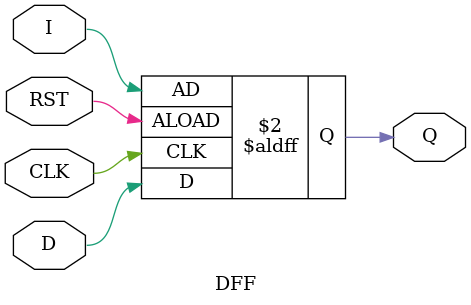
<source format=v>
`timescale 1ns / 1ps

module MUX
( 
  IN0, 
  IN1,
  SEL, 
  F 
);

  input IN0, IN1, SEL;
  output F;

  assign F  = (~SEL&IN0)|(SEL&IN1);

endmodule

module HADDER
( 
  IN0, 
  IN1,
  SUM, 
  COUT 
);

  input IN0, IN1;
  output SUM, COUT;

  assign SUM  = IN0^IN1;
  assign COUT = IN0&IN1;

endmodule

module FADDER
( 
  IN0, 
  IN1, 
  CIN, 
  COUT, 
  SUM 
);

  input IN0, IN1, CIN;
  output COUT, SUM;

  assign SUM  = IN0^IN1^CIN;
  assign COUT = ((CIN&IN0)|(CIN&IN1)|(IN0&IN1));

endmodule

module AND
( 
  A, 
  B,
  Z
);

  input A, B;
  output Z;

  assign Z = A&B;

endmodule

/*module ANDN
( 
  A, 
  B,
  Z
);

  input A, B;
  output Z;

  assign Z = A&~B;

endmodule

module NAND
( 
  A, 
  B,
  Z
);

  input A, B;
  output Z;

  assign Z = ~(A&B);

endmodule

module NANDN
( 
  A, 
  B,
  Z
);

  input A, B;
  output Z;

  assign Z = ~(A&~B);

endmodule

module OR
( 
  A, 
  B,
  Z
);

  input A, B;
  output Z;

  assign Z = A|B;

endmodule

module ORN
( 
  A, 
  B,
  Z
);

  input A, B;
  output Z;

  assign Z = A|~B;

endmodule
*/

module NOR
( 
  A, 
  B,
  Z
);

  input A, B;
  output Z;

  assign Z = ~(A|B);

endmodule

/*module NORN
( 
  A, 
  B,
  Z
);

  input A, B;
  output Z;

  assign Z = ~(A|~B);

endmodule*/

module XOR
( 
  A, 
  B,
  Z
);

  input A, B;
  output Z;

  assign Z = A^B;

endmodule

module XNOR
( 
  A, 
  B,
  Z
);

  input A, B;
  output Z;

  assign Z = ~(A^B);

endmodule

module IV
( 
  A,
  Z
);

  input A;
  output Z;

  assign Z = ~A;

endmodule


module DFF
( 
  CLK,
  RST,
  D,
  I, 
  Q
);

  input CLK, RST, D, I;
  output Q;

  reg Q;

  always @(posedge CLK or posedge RST) begin
    if (RST) begin
      Q <= I;
    end else begin
      Q <= D;
    end
  end

endmodule

</source>
